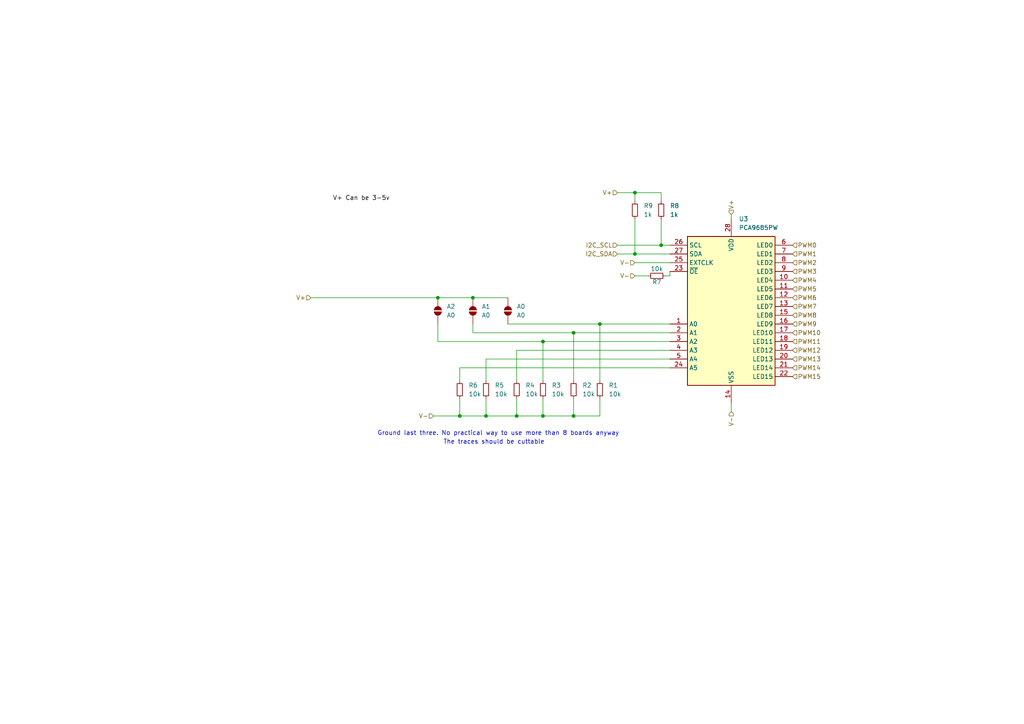
<source format=kicad_sch>
(kicad_sch (version 20231120) (generator "eeschema") (generator_version "8.0")
  (paper "A4")
  (lib_symbols
    (symbol "Device:R_Small" (pin_numbers hide) (pin_names (offset 0.254) hide)
      (property "Reference" "R" (at 0.762 0.508 0))
      (property "Value" "R_Small" (at 0.762 -1.016 0))
      (symbol "R_Small_0_1"
        (rectangle (start -0.762 1.778) (end 0.762 -1.778) (stroke (width 0.2032)))
      )
      (symbol "R_Small_1_1"
        (pin passive line (at 0 2.54 270) (length 0.762) (name "~") (number "1"))
        (pin passive line (at 0 -2.54 90) (length 0.762) (name "~") (number "2"))
      )
    )
    (symbol "Driver_LED:PCA9685PW"
      (property "Reference" "U" (at -12.7 22.225 0))
      (property "Value" "PCA9685PW" (at 1.27 22.225 0))
      (symbol "PCA9685PW_0_1"
        (rectangle (start -12.7 20.32) (end 12.7 -22.86) (stroke (width 0.254)) (fill (type background)))
      )
      (symbol "PCA9685PW_1_1"
        (pin input line (at -17.78 -5.08 0) (length 5.08) (name "A0") (number "1"))
        (pin output line (at 17.78 7.62 180) (length 5.08) (name "LED4") (number "10"))
        (pin output line (at 17.78 5.08 180) (length 5.08) (name "LED5") (number "11"))
        (pin output line (at 17.78 2.54 180) (length 5.08) (name "LED6") (number "12"))
        (pin output line (at 17.78 0 180) (length 5.08) (name "LED7") (number "13"))
        (pin power_in line (at 0 -27.94 90) (length 5.08) (name "VSS") (number "14"))
        (pin output line (at 17.78 -2.54 180) (length 5.08) (name "LED8") (number "15"))
        (pin output line (at 17.78 -5.08 180) (length 5.08) (name "LED9") (number "16"))
        (pin output line (at 17.78 -7.62 180) (length 5.08) (name "LED10") (number "17"))
        (pin output line (at 17.78 -10.16 180) (length 5.08) (name "LED11") (number "18"))
        (pin output line (at 17.78 -12.7 180) (length 5.08) (name "LED12") (number "19"))
        (pin input line (at -17.78 -7.62 0) (length 5.08) (name "A1") (number "2"))
        (pin output line (at 17.78 -15.24 180) (length 5.08) (name "LED13") (number "20"))
        (pin output line (at 17.78 -17.78 180) (length 5.08) (name "LED14") (number "21"))
        (pin output line (at 17.78 -20.32 180) (length 5.08) (name "LED15") (number "22"))
        (pin input line (at -17.78 10.16 0) (length 5.08) (name "~{OE}") (number "23"))
        (pin input line (at -17.78 -17.78 0) (length 5.08) (name "A5") (number "24"))
        (pin input line (at -17.78 12.7 0) (length 5.08) (name "EXTCLK") (number "25"))
        (pin input line (at -17.78 17.78 0) (length 5.08) (name "SCL") (number "26"))
        (pin bidirectional line (at -17.78 15.24 0) (length 5.08) (name "SDA") (number "27"))
        (pin power_in line (at 0 25.4 270) (length 5.08) (name "VDD") (number "28"))
        (pin input line (at -17.78 -10.16 0) (length 5.08) (name "A2") (number "3"))
        (pin input line (at -17.78 -12.7 0) (length 5.08) (name "A3") (number "4"))
        (pin input line (at -17.78 -15.24 0) (length 5.08) (name "A4") (number "5"))
        (pin output line (at 17.78 17.78 180) (length 5.08) (name "LED0") (number "6"))
        (pin output line (at 17.78 15.24 180) (length 5.08) (name "LED1") (number "7"))
        (pin output line (at 17.78 12.7 180) (length 5.08) (name "LED2") (number "8"))
        (pin output line (at 17.78 10.16 180) (length 5.08) (name "LED3") (number "9"))
      )
    )
    (symbol "Jumper:SolderJumper_2_Open" (pin_numbers hide) (pin_names (offset 0) hide) (exclude_from_sim yes) (in_bom no)
      (property "Reference" "JP" (at 0 2.032 0))
      (property "Value" "SolderJumper_2_Open" (at 0 -2.54 0))
      (symbol "SolderJumper_2_Open_0_1"
        (arc (start -0.254 1.016) (mid -1.2656 0) (end -0.254 -1.016))
        (arc (start -0.254 1.016) (mid -1.2656 0) (end -0.254 -1.016) (fill (type outline)))
        (polyline (pts (xy -0.254 1.016) (xy -0.254 -1.016)))
        (polyline (pts (xy 0.254 1.016) (xy 0.254 -1.016)))
        (arc (start 0.254 -1.016) (mid 1.2656 0) (end 0.254 1.016))
        (arc (start 0.254 -1.016) (mid 1.2656 0) (end 0.254 1.016) (fill (type outline)))
      )
      (symbol "SolderJumper_2_Open_1_1"
        (pin passive line (at -3.81 0 0) (length 2.54) (name "A") (number "1"))
        (pin passive line (at 3.81 0 180) (length 2.54) (name "B") (number "2"))
      )
    )
  )
  (junction (at 184.15 55.88))
  (junction (at 137.16 86.36))
  (junction (at 140.97 120.65))
  (junction (at 157.48 120.65))
  (junction (at 127 86.36))
  (junction (at 166.37 96.52))
  (junction (at 166.37 120.65))
  (junction (at 149.86 120.65))
  (junction (at 173.99 93.98))
  (junction (at 133.35 120.65))
  (junction (at 184.15 73.66))
  (junction (at 191.77 71.12))
  (junction (at 157.48 99.06))
  (wire (pts (xy 149.86 115.57) (xy 149.86 120.65)))
  (wire (pts (xy 157.48 99.06) (xy 194.31 99.06)))
  (wire (pts (xy 127 93.98) (xy 127 99.06)))
  (wire (pts (xy 184.15 76.2) (xy 194.31 76.2)))
  (wire (pts (xy 184.15 73.66) (xy 194.31 73.66)))
  (wire (pts (xy 179.07 71.12) (xy 191.77 71.12)))
  (wire (pts (xy 193.04 80.01) (xy 194.31 80.01)))
  (wire (pts (xy 137.16 86.36) (xy 147.32 86.36)))
  (wire (pts (xy 90.17 86.36) (xy 127 86.36)))
  (wire (pts (xy 149.86 101.6) (xy 194.31 101.6)))
  (wire (pts (xy 137.16 93.98) (xy 137.16 96.52)))
  (wire (pts (xy 191.77 63.5) (xy 191.77 71.12)))
  (wire (pts (xy 184.15 80.01) (xy 187.96 80.01)))
  (wire (pts (xy 179.07 73.66) (xy 184.15 73.66)))
  (wire (pts (xy 157.48 99.06) (xy 157.48 110.49)))
  (wire (pts (xy 179.07 55.88) (xy 184.15 55.88)))
  (wire (pts (xy 157.48 120.65) (xy 166.37 120.65)))
  (wire (pts (xy 166.37 96.52) (xy 194.31 96.52)))
  (wire (pts (xy 173.99 120.65) (xy 173.99 115.57)))
  (wire (pts (xy 184.15 63.5) (xy 184.15 73.66)))
  (wire (pts (xy 137.16 96.52) (xy 166.37 96.52)))
  (wire (pts (xy 184.15 55.88) (xy 191.77 55.88)))
  (wire (pts (xy 125.73 120.65) (xy 133.35 120.65)))
  (wire (pts (xy 140.97 104.14) (xy 194.31 104.14)))
  (wire (pts (xy 133.35 106.68) (xy 133.35 110.49)))
  (wire (pts (xy 166.37 120.65) (xy 173.99 120.65)))
  (wire (pts (xy 212.09 119.38) (xy 212.09 116.84)))
  (wire (pts (xy 212.09 62.23) (xy 212.09 63.5)))
  (wire (pts (xy 149.86 110.49) (xy 149.86 101.6)))
  (wire (pts (xy 149.86 120.65) (xy 157.48 120.65)))
  (wire (pts (xy 173.99 110.49) (xy 173.99 93.98)))
  (wire (pts (xy 184.15 55.88) (xy 184.15 58.42)))
  (wire (pts (xy 133.35 115.57) (xy 133.35 120.65)))
  (wire (pts (xy 127 86.36) (xy 137.16 86.36)))
  (wire (pts (xy 191.77 55.88) (xy 191.77 58.42)))
  (wire (pts (xy 166.37 110.49) (xy 166.37 96.52)))
  (wire (pts (xy 147.32 93.98) (xy 173.99 93.98)))
  (wire (pts (xy 133.35 120.65) (xy 140.97 120.65)))
  (wire (pts (xy 140.97 115.57) (xy 140.97 120.65)))
  (wire (pts (xy 191.77 71.12) (xy 194.31 71.12)))
  (wire (pts (xy 173.99 93.98) (xy 194.31 93.98)))
  (wire (pts (xy 194.31 106.68) (xy 133.35 106.68)))
  (wire (pts (xy 140.97 120.65) (xy 149.86 120.65)))
  (wire (pts (xy 127 99.06) (xy 157.48 99.06)))
  (wire (pts (xy 140.97 110.49) (xy 140.97 104.14)))
  (wire (pts (xy 194.31 80.01) (xy 194.31 78.74)))
  (wire (pts (xy 157.48 115.57) (xy 157.48 120.65)))
  (wire (pts (xy 166.37 115.57) (xy 166.37 120.65)))
  (text "The traces should be cuttable" (at 143.256 128.27 0) (effects (font (size 1.27 1.27))))
  (text "Ground last three. No practical way to use more than 8 boards anyway" (at 144.526 125.73 0) (effects (font (size 1.27 1.27))))
  (label "V+ Can be 3-5v" (at 96.52 58.42 0))
  (hierarchical_label "PWM5" (shape input) (at 229.87 83.82 0))
  (hierarchical_label "I2C_SDA" (shape input) (at 179.07 73.66 180))
  (hierarchical_label "I2C_SCL" (shape input) (at 179.07 71.12 180))
  (hierarchical_label "PWM10" (shape input) (at 229.87 96.52 0))
  (hierarchical_label "PWM9" (shape input) (at 229.87 93.98 0))
  (hierarchical_label "PWM14" (shape input) (at 229.87 106.68 0))
  (hierarchical_label "PWM12" (shape input) (at 229.87 101.6 0))
  (hierarchical_label "PWM2" (shape input) (at 229.87 76.2 0))
  (hierarchical_label "PWM11" (shape input) (at 229.87 99.06 0))
  (hierarchical_label "V-" (shape input) (at 184.15 76.2 180))
  (hierarchical_label "PWM8" (shape input) (at 229.87 91.44 0))
  (hierarchical_label "PWM4" (shape input) (at 229.87 81.28 0))
  (hierarchical_label "V-" (shape input) (at 212.09 119.38 270))
  (hierarchical_label "V-" (shape input) (at 184.15 80.01 180))
  (hierarchical_label "PWM15" (shape input) (at 229.87 109.22 0))
  (hierarchical_label "PWM3" (shape input) (at 229.87 78.74 0))
  (hierarchical_label "V+" (shape input) (at 90.17 86.36 180))
  (hierarchical_label "V-" (shape input) (at 125.73 120.65 180))
  (hierarchical_label "PWM0" (shape input) (at 229.87 71.12 0))
  (hierarchical_label "V+" (shape input) (at 212.09 62.23 90))
  (hierarchical_label "PWM6" (shape input) (at 229.87 86.36 0))
  (hierarchical_label "PWM7" (shape input) (at 229.87 88.9 0))
  (hierarchical_label "PWM1" (shape input) (at 229.87 73.66 0))
  (hierarchical_label "PWM13" (shape input) (at 229.87 104.14 0))
  (hierarchical_label "V+" (shape input) (at 179.07 55.88 180))
  (symbol (lib_id "Device:R_Small") (at 140.97 113.03 0) (unit 1)
    (property "Reference" "R5" (at 143.51 111.7599 0) (effects (justify left)))
    (property "Value" "10k" (at 143.51 114.2999 0) (effects (justify left)))
    (property "Footprint" "Resistor_SMD:R_0805_2012Metric" (effects (hide yes)))
    (property "Description" "Resistor, small symbol" (effects (hide yes)))
  )
  (symbol (lib_id "Device:R_Small") (at 190.5 80.01 270) (unit 1)
    (property "Reference" "R7" (at 190.5 81.788 90))
    (property "Value" "10k" (at 190.5 77.978 90))
    (property "Footprint" "Resistor_SMD:R_0805_2012Metric" (effects (hide yes)))
    (property "Description" "Resistor, small symbol" (effects (hide yes)))
  )
  (symbol (lib_id "Jumper:SolderJumper_2_Open") (at 127 90.17 90) (unit 1) (exclude_from_sim yes) (in_bom no)
    (property "Reference" "A2" (at 129.54 88.8999 90) (effects (justify right)))
    (property "Value" "A0" (at 129.54 91.4399 90) (effects (justify right)))
    (property "Footprint" "Jumper:SolderJumper-2_P1.3mm_Open_TrianglePad1.0x1.5mm" (effects (hide yes)))
    (property "Description" "Solder Jumper, 2-pole, open" (effects (hide yes)))
  )
  (symbol (lib_id "Device:R_Small") (at 157.48 113.03 0) (unit 1)
    (property "Reference" "R3" (at 160.02 111.7599 0) (effects (justify left)))
    (property "Value" "10k" (at 160.02 114.2999 0) (effects (justify left)))
    (property "Footprint" "Resistor_SMD:R_0805_2012Metric" (effects (hide yes)))
    (property "Description" "Resistor, small symbol" (effects (hide yes)))
  )
  (symbol (lib_id "Device:R_Small") (at 173.99 113.03 0) (unit 1)
    (property "Reference" "R1" (at 176.53 111.7599 0) (effects (justify left)))
    (property "Value" "10k" (at 176.53 114.2999 0) (effects (justify left)))
    (property "Footprint" "Resistor_SMD:R_0805_2012Metric" (effects (hide yes)))
    (property "Description" "Resistor, small symbol" (effects (hide yes)))
  )
  (symbol (lib_id "Jumper:SolderJumper_2_Open") (at 147.32 90.17 90) (unit 1) (exclude_from_sim yes) (in_bom no)
    (property "Reference" "A0" (at 149.86 88.8999 90) (effects (justify right)))
    (property "Value" "A0" (at 149.86 91.4399 90) (effects (justify right)))
    (property "Footprint" "Jumper:SolderJumper-2_P1.3mm_Open_TrianglePad1.0x1.5mm" (effects (hide yes)))
    (property "Description" "Solder Jumper, 2-pole, open" (effects (hide yes)))
  )
  (symbol (lib_id "Device:R_Small") (at 184.15 60.96 0) (unit 1)
    (property "Reference" "R9" (at 186.69 59.6899 0) (effects (justify left)))
    (property "Value" "1k" (at 186.69 62.2299 0) (effects (justify left)))
    (property "Footprint" "Resistor_SMD:R_0805_2012Metric" (effects (hide yes)))
    (property "Description" "Resistor, small symbol" (effects (hide yes)))
  )
  (symbol (lib_id "Jumper:SolderJumper_2_Open") (at 137.16 90.17 90) (unit 1) (exclude_from_sim yes) (in_bom no)
    (property "Reference" "A1" (at 139.7 88.8999 90) (effects (justify right)))
    (property "Value" "A0" (at 139.7 91.4399 90) (effects (justify right)))
    (property "Footprint" "Jumper:SolderJumper-2_P1.3mm_Open_TrianglePad1.0x1.5mm" (effects (hide yes)))
    (property "Description" "Solder Jumper, 2-pole, open" (effects (hide yes)))
  )
  (symbol (lib_id "Device:R_Small") (at 149.86 113.03 0) (unit 1)
    (property "Reference" "R4" (at 152.4 111.7599 0) (effects (justify left)))
    (property "Value" "10k" (at 152.4 114.2999 0) (effects (justify left)))
    (property "Footprint" "Resistor_SMD:R_0805_2012Metric" (effects (hide yes)))
    (property "Description" "Resistor, small symbol" (effects (hide yes)))
  )
  (symbol (lib_id "Device:R_Small") (at 133.35 113.03 0) (unit 1)
    (property "Reference" "R6" (at 135.89 111.7599 0) (effects (justify left)))
    (property "Value" "10k" (at 135.89 114.2999 0) (effects (justify left)))
    (property "Footprint" "Resistor_SMD:R_0805_2012Metric" (effects (hide yes)))
    (property "Description" "Resistor, small symbol" (effects (hide yes)))
  )
  (symbol (lib_id "Driver_LED:PCA9685PW") (at 212.09 88.9 0) (unit 1)
    (property "Reference" "U3" (at 214.2841 63.5 0) (effects (justify left)))
    (property "Value" "PCA9685PW" (at 214.2841 66.04 0) (effects (justify left)))
    (property "Footprint" "Package_SO:TSSOP-28_4.4x9.7mm_P0.65mm" (effects (hide yes)))
    (property "Datasheet" "http://www.nxp.com/docs/en/data-sheet/PCA9685.pdf" (effects (hide yes)))
    (property "Description" "16-channel 12-bit PWM Fm+ I2C-bus LED controller RGBA TSSOP" (effects (hide yes)))
  )
  (symbol (lib_id "Device:R_Small") (at 191.77 60.96 0) (unit 1)
    (property "Reference" "R8" (at 194.31 59.6899 0) (effects (justify left)))
    (property "Value" "1k" (at 194.31 62.2299 0) (effects (justify left)))
    (property "Footprint" "Resistor_SMD:R_0805_2012Metric" (effects (hide yes)))
    (property "Description" "Resistor, small symbol" (effects (hide yes)))
  )
  (symbol (lib_id "Device:R_Small") (at 166.37 113.03 0) (unit 1)
    (property "Reference" "R2" (at 168.91 111.7599 0) (effects (justify left)))
    (property "Value" "10k" (at 168.91 114.2999 0) (effects (justify left)))
    (property "Footprint" "Resistor_SMD:R_0805_2012Metric" (effects (hide yes)))
    (property "Description" "Resistor, small symbol" (effects (hide yes)))
  )
)
</source>
